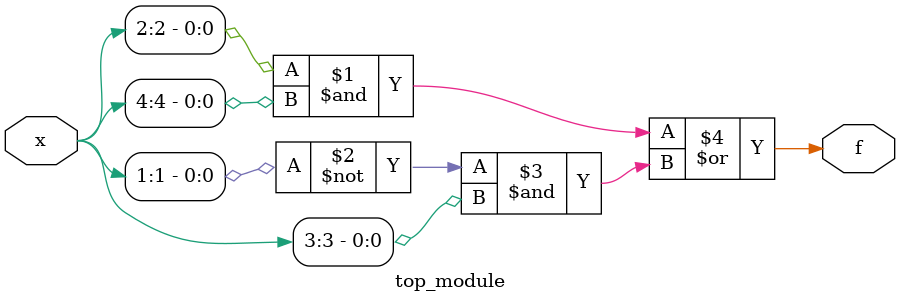
<source format=v>
module top_module (
    input [4:1] x, 
    output f );
    
    assign f=(x[2]&x[4])|(~x[1]&x[3]);

endmodule


</source>
